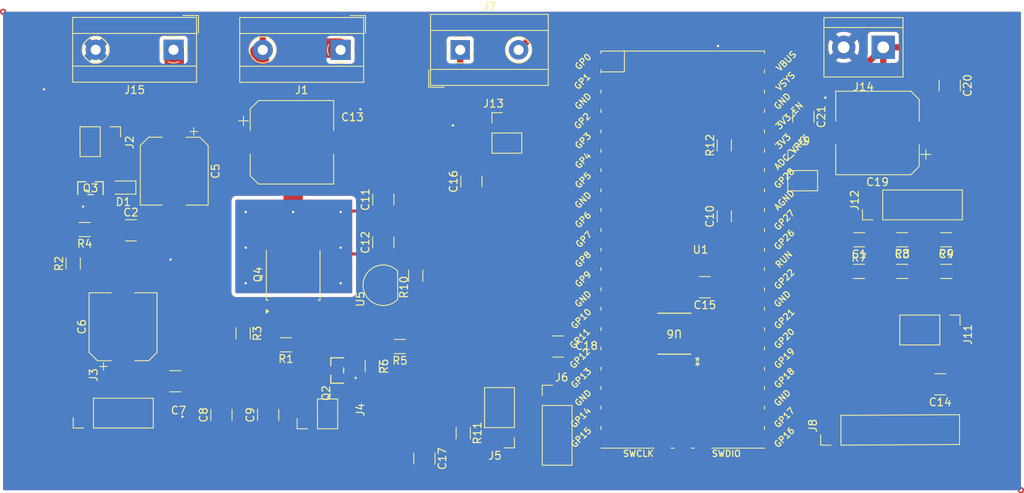
<source format=kicad_pcb>
(kicad_pcb (version 20240108) (generator "pcbnew") (generator_version "8.0")
  (layers (0 "F.Cu" signal) (31 "B.Cu" signal) (34 "B.Paste" user) (35 "F.Paste" user) (36 "B.SilkS" user "B.Silkscreen") (37 "F.SilkS" user "F.Silkscreen") (38 "B.Mask" user) (39 "F.Mask" user) (44 "Edge.Cuts" user))
  (net 0 "")
  (net 1 "+12V")
  (net 2 "Net-(D1-A)")
  (net 3 "/Chamber Fan PWM")
  (net 4 "/Chamber Fan Feedback")
  (net 5 "Net-(Q2-G)")
  (net 6 "/Heater PWM")
  (net 7 "/Electronics Fan PWM")
  (net 8 "/Lights PWM")
  (net 9 "/Ambient Sig")
  (net 10 "+3.3V")
  (net 11 "/Chmbr SDA")
  (net 12 "/Chmbr SCL")
  (net 13 "/Disp DC")
  (net 14 "/Disp SDA")
  (net 15 "/Disp CS")
  (net 16 "/Disp SCL")
  (net 17 "/Disp RES")
  (net 18 "/Heater CLK")
  (net 19 "/Heater DO")
  (net 20 "/Heater CS")
  (net 21 "/Lid Open")
  (net 22 "/Speaker Sig")
  (net 23 "Net-(Q3-G)")
  (net 24 "/Encoder CLK")
  (net 25 "/Encoder DC")
  (net 26 "/Encoder SW")
  (net 33 "Net-(J13-Pin_1)")
  (net 34 "Net-(J13-Pin_2)")
  (net 35 "Net-(J4-Pin_2)")
  (net 36 "/Mosfet Sig")
  (net 37 "Net-(J7-Pin_2)")
  (net 38 "Net-(J7-Pin_1)")
  (net 40 "Net-(J1-Pin_1)")
  (net 41 "GND")
  (net 44 "Net-(Q4-G)")
  (footprint "Capacitor_SMD:C_1210_3225Metric" (layer "F.Cu") (at 141.732 27.432 -90)
    (property "Reference" "C20")
    (property "Value" "100nf")
  )
  (footprint "Capacitor_SMD:C_1206_3216Metric" (layer "F.Cu") (at 130.097 47.244 180)
    (property "Reference" "C1")
    (property "Value" "10nf")
  )
  (footprint "Resistor_SMD:R_1206_3216Metric" (layer "F.Cu") (at 130.0845 51.308 180)
    (property "Reference" "R7")
    (property "Value" "R4K7")
  )
  (footprint "Capacitor_SMD:C_1206_3216Metric" (layer "F.Cu") (at 141.273 47.244 180)
    (property "Reference" "C4")
    (property "Value" "10nf")
  )
  (footprint "Capacitor_SMD:C_1206_3216Metric" (layer "F.Cu") (at 112.776 44.245 90)
    (property "Reference" "C10")
    (property "Value" "10nf")
  )
  (footprint "SMD-Connectors:SMD-PinHeader_1x03_P2.54mm_Vertical" (layer "F.Cu") (at 141.732 59.428 -90)
    (property "Reference" "J11")
    (property "Value" "Speaker OUT")
  )
  (footprint "Resistor_SMD:R_1206_3216Metric" (layer "F.Cu") (at 112.776 35.1135 90)
    (property "Reference" "R12")
    (property "Value" "R4K7")
  )
  (footprint "Capacitor_SMD:C_1210_3225Metric" (layer "F.Cu") (at 74.260214 75.35904 -90)
    (property "Reference" "C17")
    (property "Value" "100nf")
  )
  (footprint "Capacitor_SMD:C_1210_3225Metric" (layer "F.Cu") (at 110.285 53.34 180)
    (property "Reference" "C15")
    (property "Value" "100nf")
  )
  (footprint "Capacitor_SMD:CP_Elec_10x10.5" (layer "F.Cu") (at 57.248 34.73)
    (property "Reference" "C13")
    (property "Value" "1000uf")
  )
  (footprint "TerminalBlock:TerminalBlock_bornier-2_P5.08mm" (layer "F.Cu") (at 133.195855 22.528483 180)
    (property "Reference" "J14")
    (property "Value" "3.3V IN")
  )
  (footprint "Capacitor_SMD:C_1210_3225Metric" (layer "F.Cu") (at 42.26 65.42 180)
    (property "Reference" "C7")
    (property "Value" "100nf")
  )
  (footprint "Resistor_SMD:R_1206_3216Metric" (layer "F.Cu") (at 30.62968 45.935689 180)
    (property "Reference" "R4")
    (property "Value" "R10K")
  )
  (footprint "Resistor_SMD:R_1206_3216Metric" (layer "F.Cu") (at 141.2855 51.308 180)
    (property "Reference" "R9")
    (property "Value" "R4K7")
  )
  (footprint "Resistor_SMD:R_1206_3216Metric" (layer "F.Cu") (at 56.48 60.734 180)
    (property "Reference" "R1")
    (property "Value" "R100")
  )
  (footprint "SMD-Connectors:SMD-PinHeader_1x02_P2.54mm_Vertical" (layer "F.Cu") (at 123.436 37.084)
    (property "Reference" "J9")
    (property "Value" "Lid Open")
  )
  (footprint "SMD-Connectors:SMD-PinHeader_1x04_P2.54mm_Vertical" (layer "F.Cu") (at 91.897987 67.257987)
    (property "Reference" "J6")
    (property "Value" "Chamber SNSR")
  )
  (footprint "TerminalBlock_MetzConnect:TerminalBlock_MetzConnect_Type171_RT13702HBWC_1x02_P7.50mm_Horizontal" (layer "F.Cu") (at 78.86 22.86)
    (property "Reference" "J7")
    (property "Value" "Heater Thermocouple")
  )
  (footprint "SMD-Connectors:SMD-PinHeader_1x04_P2.54mm_Vertical" (layer "F.Cu") (at 30.483958 68.931262 90)
    (property "Reference" "J3")
    (property "Value" "Chamber Fan")
  )
  (footprint "Resistor_SMD:R_1206_3216Metric" (layer "F.Cu") (at 50.98 59.2715 -90)
    (property "Reference" "R3")
    (property "Value" "R10K")
  )
  (footprint "Resistor_SMD:R_1206_3216Metric" (layer "F.Cu") (at 73.152 51.8775 90)
    (property "Reference" "R10")
    (property "Value" "R4K7")
  )
  (footprint "SMD-Connectors:SMD-PinHeader_1x02_P2.54mm_Vertical" (layer "F.Cu") (at 85.436 32.253)
    (property "Reference" "J13")
    (property "Value" "Serial Debug")
  )
  (footprint "Resistor_SMD:R_1206_3216Metric" (layer "F.Cu") (at 67.564 63.5 -90)
    (property "Reference" "R6")
    (property "Value" "R10K")
  )
  (footprint "TerminalBlock_MetzConnect:TerminalBlock_MetzConnect_Type067_RT01902HDWC_1x02_P10.00mm_Horizontal" (layer "F.Cu") (at 42.041862 22.846517 180)
    (property "Reference" "J15")
    (property "Value" "12V IN")
  )
  (footprint "Capacitor_SMD:C_1210_3225Metric" (layer "F.Cu") (at 80.30167 39.761555 90)
    (property "Reference" "C16")
    (property "Value" "100nf")
  )
  (footprint "Capacitor_SMD:C_1210_3225Metric" (layer "F.Cu") (at 36.568203 46.039666)
    (property "Reference" "C2")
    (property "Value" "100nf" (hide yes))
  )
  (footprint "Capacitor_SMD:C_1210_3225Metric" (layer "F.Cu") (at 140.507 65.812 180)
    (property "Reference" "C14")
    (property "Value" "100nf")
  )
  (footprint "MAX6675:21-0041B_8_MXM" (layer "F.Cu") (at 106.35615 59.309 180)
    (property "Reference" "U6")
    (property "Value" "max6675isa+T")
  )
  (footprint "Resistor_SMD:R_1206_3216Metric" (layer "F.Cu") (at 71.12 60.96 180)
    (property "Reference" "R5")
    (property "Value" "R220")
  )
  (footprint "SMD-Connectors:SMD-PinHeader_1x02_P2.54mm_Vertical" (layer "F.Cu") (at 59.249 69.0255 90)
    (property "Reference" "J4")
    (property "Value" "Lights")
  )
  (footprint "Resistor_SMD:R_1206_3216Metric" (layer "F.Cu") (at 135.6235 51.308 180)
    (property "Reference" "R8")
    (property "Value" "R4K7")
  )
  (footprint "SMD-Connectors:SMD-PinHeader_1x03_P2.54mm_Vertical" (layer "F.Cu") (at 83.32 72.644 180)
    (property "Reference" "J5")
    (property "Value" "Ambient SNSR")
  )
  (footprint "Resistor_SMD:R_1206_3216Metric" (layer "F.Cu") (at 29.155949 50.305518 90)
    (property "Reference" "R2")
    (property "Value" "R220")
  )
  (footprint "TerminalBlock_MetzConnect:TerminalBlock_MetzConnect_Type067_RT01902HDWC_1x02_P10.00mm_Horizontal" (layer "F.Cu") (at 63.5 22.86 180)
    (property "Reference" "J1")
    (property "Value" "Heater")
  )
  (footprint "Package_TO_SOT_THT:TO-92_Inline" (layer "F.Cu") (at 68.98 54.356 90)
    (property "Reference" "U5")
    (property "Value" "DS18B20")
  )
  (footprint "Capacitor_SMD:C_1206_3216Metric" (layer "F.Cu") (at 135.636 47.244 180)
    (property "Reference" "C3")
    (property "Value" "10nf")
  )
  (footprint "Capacitor_SMD:C_1210_3225Metric" (layer "F.Cu") (at 91.44 60.96)
    (property "Reference" "C18")
    (property "Value" "100nf")
  )
  (footprint "ul_PMV20XNER:SOT23-TO-236AB_NEX" (layer "F.Cu") (at 63.064 64.0375 90)
    (property "Reference" "Q2")
    (property "Value" "PMV20XNER")
  )
  (footprint "SMD-Connectors:SMD-PinHeader_1x02_P2.54mm_Vertical" (layer "F.Cu") (at 33.90468 35.235689 -90)
    (property "Reference" "J2")
    (property "Value" "Electronics Fan")
  )
  (footprint "Capacitor_SMD:CP_Elec_8x10.5" (layer "F.Cu") (at 35.56 58.42 90)
    (property "Reference" "C6")
    (property "Value" "220uf")
  )
  (footprint "Diode_SMD:D_SOD-323" (layer "F.Cu") (at 35.593203 40.539666 180)
    (property "Reference" "D1")
    (property "Value" "1N5819WS")
  )
  (footprint "Resistor_SMD:R_1206_3216Metric" (layer "F.Cu") (at 79.248 72.0745 -90)
    (property "Reference" "R11")
    (property "Value" "R4K7")
  )
  (footprint "Capacitor_SMD:CP_Elec_8x10.5" (layer "F.Cu") (at 42.12968 38.435689 -90)
    (property "Reference" "C5")
    (property "Value" "220uf")
  )
  (footprint "Capacitor_SMD:C_1210_3225Metric" (layer "F.Cu") (at 122.936 31.447 -90)
    (property "Reference" "C21")
    (property "Value" "100nf")
  )
  (footprint "Capacitor_SMD:C_1210_3225Metric" (layer "F.Cu") (at 54.195 69.745 90)
    (property "Reference" "C9")
    (property "Value" "1uf")
  )
  (footprint "SMD-Connectors:SMD-PinHeader_1x05_P2.54mm_Vertical" (layer "F.Cu") (at 131.858 42.1825 90)
    (property "Reference" "J12")
    (property "Value" "Encoder IN")
  )
  (footprint "Capacitor_SMD:C_1210_3225Metric" (layer "F.Cu") (at 68.98 42.081 90)
    (property "Reference" "C11")
    (property "Value" "1uf")
  )
  (footprint "Capacitor_SMD:C_1210_3225Metric" (layer "F.Cu") (at 48.195 69.745 90)
    (property "Reference" "C8")
    (property "Value" "100nf")
  )
  (footprint "Raspberry Pi Pico:RPi_Pico_SMD_TH" (layer "F.Cu") (at 107.442 48.514)
    (property "Reference" "U1")
    (property "Value" "Pico")
  )
  (footprint "Capacitor_SMD:C_1210_3225Metric" (layer "F.Cu") (at 68.98 47.591 90)
    (property "Reference" "C12")
    (property "Value" "100nf")
  )
  (footprint "SMD-Connectors:SMD-PinHeader_1x07_P2.54mm_Vertical" (layer "F.Cu") (at 126.492 71.128 90)
    (property "Reference" "J8")
    (property "Value" "Display")
  )
  (footprint "Package_TO_SOT_SMD:TO-252-2" (layer "F.Cu") (at 57.405 51.703 90)
    (property "Reference" "Q4")
    (property "Value" "KIA50N03BD")
  )
  (footprint "ul_PMV20XNER:SOT23-TO-236AB_NEX" (layer "F.Cu") (at 31.372027 40.622692)
    (property "Reference" "Q3")
    (property "Value" "PMV20XNER")
  )
  (footprint "Capacitor_SMD:CP_Elec_10x10.5" (layer "F.Cu") (at 132.452 33.528 180)
    (property "Reference" "C19")
    (property "Value" "1000uf")
  )
  (gr_circle (center 23.876 72.136) (end 25.476 72.136) (stroke (width 0.2)) (fill none) (layer "F.Cu"))
  (gr_circle (center 20.152 17.968) (end 20.452 17.968) (stroke (width 0.2)) (fill none) (layer "F.Cu") (net 41))
  (gr_circle (center 146.812 22.352) (end 148.412 22.352) (stroke (width 0.2)) (fill none) (layer "F.Cu"))
  (gr_circle (center 23.876 22.352) (end 25.476 22.352) (stroke (width 0.2)) (fill none) (layer "F.Cu"))
  (gr_circle (center 146.812 72.136) (end 148.412 72.136) (stroke (width 0.2)) (fill none) (layer "F.Cu"))
  (gr_circle (center 150.876 79.412) (end 151.176 79.412) (stroke (width 0.2)) (fill none) (layer "F.Cu") (net 41))
  (gr_text "CHARLIEBIRD TWEET V1.0" (at 24.112791 60.96 90) (layer "F.Cu") (effects (font (size 1.5 1.5) (thickness 0.25) (bold yes)) (justify left bottom)))
  (segment (start 57.404 64.516) (end 59.249 66.361) (width 1.5) (layer "F.Cu") (net 1))
  (segment (start 53.048 23.312) (end 53.5 22.86) (width 2.5) (layer "F.Cu") (net 1))
  (segment (start 68.98 40.606) (end 70.97 40.606) (width 0.4) (layer "F.Cu") (net 1))
  (segment (start 54.236842 19.304) (end 53.5 20.040842) (width 0.8) (layer "F.Cu") (net 1))
  (segment (start 44.45 58.674) (end 47.244 61.468) (width 1.5) (layer "F.Cu") (net 1))
  (segment (start 70.97 40.606) (end 72.48 42.116) (width 0.4) (layer "F.Cu") (net 1))
  (segment (start 36.643203 41.439666) (end 38.043203 42.839666) (width 0.8) (layer "F.Cu") (net 1))
  (segment (start 59.249 66.361) (end 59.249 69.5255) (width 1.5) (layer "F.Cu") (net 1))
  (segment (start 35.56 69.427304) (end 35.563958 69.431262) (width 2) (layer "F.Cu") (net 1))
  (segment (start 48.195 68.27) (end 54.195 68.27) (width 0.4) (layer "F.Cu") (net 1))
  (segment (start 48.768 64.516) (end 57.404 64.516) (width 1.5) (layer "F.Cu") (net 1))
  (segment (start 42.12968 22.934335) (end 42.041862 22.846517) (width 2.5) (layer "F.Cu") (net 1))
  (segment (start 33.90468 36.401143) (end 33.90468 34.735689) (width 0.8) (layer "F.Cu") (net 1))
  (segment (start 53.042311 34.735689) (end 53.048 34.73) (width 2.5) (layer "F.Cu") (net 1))
  (segment (start 47.244 34.735689) (end 53.042311 34.735689) (width 2.5) (layer "F.Cu") (net 1))
  (segment (start 34.00468 34.635689) (end 33.90468 34.735689) (width 0.4) (layer "F.Cu") (net 1))
  (segment (start 40.785 65.42) (end 35.56 65.42) (width 0.8) (layer "F.Cu") (net 1))
  (segment (start 38.043203 42.839666) (end 38.043203 46.039666) (width 0.8) (layer "F.Cu") (net 1))
  (segment (start 67.832471 19.304) (end 54.236842 19.304) (width 0.8) (layer "F.Cu") (net 1))
  (segment (start 44.45 58.674) (end 47.244 55.88) (width 1.5) (layer "F.Cu") (net 1))
  (segment (start 47.244 55.88) (end 47.244 34.735689) (width 1.5) (layer "F.Cu") (net 1))
  (segment (start 35.86 61.82) (end 41.304 61.82) (width 1.5) (layer "F.Cu") (net 1))
  (segment (start 36.643203 39.139666) (end 33.90468 36.401143) (width 0.8) (layer "F.Cu") (net 1))
  (segment (start 53.5 20.040842) (end 53.5 22.86) (width 0.8) (layer "F.Cu") (net 1))
  (segment (start 53.048 34.73) (end 53.048 23.312) (width 2.5) (layer "F.Cu") (net 1))
  (segment (start 42.12968 34.735689) (end 33.90468 34.735689) (width 1) (layer "F.Cu") (net 1))
  (segment (start 71.48 46.116) (end 68.98 46.116) (width 0.4) (layer "F.Cu") (net 1))
  (segment (start 41.304 61.82) (end 44.45 58.674) (width 1.5) (layer "F.Cu") (net 1))
  (segment (start 57.9935 68.27) (end 59.249 69.5255) (width 0.4) (layer "F.Cu") (net 1))
  (segment (start 68.98 40.606) (end 69.849067 39.736933) (width 0.8) (layer "F.Cu") (net 1))
  (segment (start 35.56 62.12) (end 35.56 64.42) (width 1.5) (layer "F.Cu") (net 1))
  (segment (start 47.244 62.992) (end 48.768 64.516) (width 1.5) (layer "F.Cu") (net 1))
  (segment (start 54.195 68.27) (end 57.9935 68.27) (width 0.4) (layer "F.Cu") (net 1))
  (segment (start 35.56 65.42) (end 35.56 69.427304) (width 1.5) (layer "F.Cu") (net 1))
  (segment (start 36.643203 40.539666) (end 36.643203 41.439666) (width 0.8) (layer "F.Cu") (net 1))
  (segment (start 72.48 45.116) (end 71.48 46.116) (width 0.4) (layer "F.Cu") (net 1))
  (segment (start 36.643203 40.539666) (end 36.643203 39.139666) (width 0.8) (layer "F.Cu") (net 1))
  (segment (start 42.12968 34.735689) (end 47.244 34.735689) (width 2.5) (layer "F.Cu") (net 1))
  (segment (start 35.86 61.82) (end 35.56 62.12) (width 1.5) (layer "F.Cu") (net 1))
  (segment (start 35.56 64.42) (end 35.56 65.42) (width 1.5) (layer "F.Cu") (net 1))
  (segment (start 42.12968 34.735689) (end 42.12968 22.934335) (width 2.5) (layer "F.Cu") (net 1))
  (segment (start 47.244 61.468) (end 47.244 62.992) (width 1.5) (layer "F.Cu") (net 1))
  (segment (start 69.849067 39.736933) (end 69.849067 21.320596) (width 0.8) (layer "F.Cu") (net 1))
  (segment (start 72.48 42.116) (end 72.48 45.116) (width 0.4) (layer "F.Cu") (net 1))
  (segment (start 69.849067 21.320596) (end 67.832471 19.304) (width 0.8) (layer "F.Cu") (net 1))
  (segment (start 33.543203 39.039666) (end 31.36468 39.039666) (width 0.8) (layer "F.Cu") (net 2))
  (segment (start 34.543203 40.539666) (end 34.543203 40.039666) (width 0.8) (layer "F.Cu") (net 2))
  (segment (start 31.36468 34.735689) (end 31.36468 39.599345) (width 1) (layer "F.Cu") (net 2))
  (segment (start 34.543203 42.539666) (end 35.093203 43.089666) (width 0.8) (layer "F.Cu") (net 2))
  (segment (start 35.093203 43.089666) (end 35.093203 46.039666) (width 0.8) (layer "F.Cu") (net 2))
  (segment (start 31.36468 39.599345) (end 31.372027 39.606692) (width 0.4) (layer "F.Cu") (net 2))
  (segment (start 31.57968 34.520689) (end 31.36468 34.735689) (width 0.4) (layer "F.Cu") (net 2))
  (segment (start 34.543203 40.039666) (end 33.543203 39.039666) (width 0.8) (layer "F.Cu") (net 2))
  (segment (start 34.543203 40.539666) (end 34.543203 42.539666) (width 0.8) (layer "F.Cu") (net 2))
  (segment (start 30.483958 71.731262) (end 34.952696 76.2) (width 0.8) (layer "F.Cu") (net 3))
  (segment (start 63.5 76.2) (end 92.456 47.244) (width 0.8) (layer "F.Cu") (net 3))
  (segment (start 30.483958 69.431262) (end 30.483958 71.731262) (width 0.8) (layer "F.Cu") (net 3))
  (segment (start 92.456 47.244) (end 98.552 47.244) (width 0.8) (layer "F.Cu") (net 3))
  (segment (start 34.952696 76.2) (end 63.5 76.2) (width 0.8) (layer "F.Cu") (net 3))
  (segment (start 92.456 44.704) (end 98.552 44.704) (width 0.8) (layer "F.Cu") (net 4))
  (segment (start 33.023958 69.431262) (end 33.023958 71.731262) (width 0.8) (layer "F.Cu") (net 4))
  (segment (start 62.26 74.9) (end 92.456 44.704) (width 0.8) (layer "F.Cu") (net 4))
  (segment (start 33.023958 71.731262) (end 36.192696 74.9) (width 0.8) (layer "F.Cu") (net 4))
  (segment (start 36.192696 74.9) (end 62.26 74.9) (width 0.8) (layer "F.Cu") (net 4))
  (segment (start 69.6575 62.869) (end 69.6575 60.96) (width 0.8) (layer "F.Cu") (net 5))
  (segment (start 67.538999 64.987501) (end 67.564 64.9625) (width 0.8) (layer "F.Cu") (net 5))
  (segment (start 64.08 64.987501) (end 67.538999 64.987501) (width 0.8) (layer "F.Cu") (net 5))
  (segment (start 67.564 64.9625) (end 69.6575 62.869) (width 0.8) (layer "F.Cu") (net 5))
  (segment (start 60.83425 60.734) (end 57.9425 60.734) (width 0.8) (layer "F.Cu") (net 6))
  (segment (start 96.012 34.544) (end 72.136 58.42) (width 0.8) (layer "F.Cu") (net 6))
  (segment (start 63.14825 58.42) (end 60.83425 60.734) (width 0.8) (layer "F.Cu") (net 6))
  (segment (start 98.552 34.544) (end 96.012 34.544) (width 0.8) (layer "F.Cu") (net 6))
  (segment (start 72.136 58.42) (end 63.14825 58.42) (width 0.8) (layer "F.Cu") (net 6))
  (segment (start 27.94 52.983967) (end 27.94 71.12) (width 0.8) (layer "F.Cu") (net 7))
  (segment (start 92.456 49.784) (end 98.552 49.784) (width 0.8) (layer "F.Cu") (net 7))
  (segment (start 64.74 77.5) (end 92.456 49.784) (width 0.8) (layer "F.Cu") (net 7))
  (segment (start 27.94 71.12) (end 34.32 77.5) (width 0.8) (layer "F.Cu") (net 7))
  (segment (start 34.32 77.5) (end 64.74 77.5) (width 0.8) (layer "F.Cu") (net 7))
  (segment (start 29.155949 51.768018) (end 27.94 52.983967) (width 0.8) (layer "F.Cu") (net 7))
  (segment (start 93.9185 39.624) (end 98.552 39.624) (width 0.8) (layer "F.Cu") (net 8))
  (segment (start 72.5825 60.96) (end 93.9185 39.624) (width 0.8) (layer "F.Cu") (net 8))
  (segment (start 84.328 67.056) (end 84.328 62.992) (width 0.8) (layer "F.Cu") (net 9))
  (segment (start 82.296 67.564) (end 79.248 70.612) (width 0.8) (layer "F.Cu") (net 9))
  (segment (start 84.328 62.992) (end 94.996 52.324) (width 0.8) (layer "F.Cu") (net 9))
  (segment (start 94.996 52.324) (end 98.552 52.324) (width 0.8) (layer "F.Cu") (net 9))
  (segment (start 83.82 67.564) (end 82.296 67.564) (width 0.8) (layer "F.Cu") (net 9))
  (segment (start 83.82 67.564) (end 84.328 67.056) (width 0.8) (layer "F.Cu") (net 9))
  (segment (start 134.161 54.405) (end 134.161 51.308) (width 0.8) (layer "F.Cu") (net 10))
  (segment (start 141.982 65.812) (end 141.982 71.378) (width 0.8) (layer "F.Cu") (net 10))
  (segment (start 138.303483 22.528483) (end 141.732 25.957) (width 0.8) (layer "F.Cu") (net 10))
  (segment (start 86.36 69.596) (end 86.36 63.5) (width 0.8) (layer "F.Cu") (net 10))
  (segment (start 76.008187 47.558813) (end 73.152 50.415) (width 0.8) (layer "F.Cu") (net 10))
  (segment (start 71.751 51.816) (end 73.152 50.415) (width 0.8) (layer "F.Cu") (net 10))
  (segment (start 128.622 53.438) (end 128.622 51.308) (width 0.8) (layer "F.Cu") (net 10))
  (segment (start 106.68 76.2) (end 96.808 76.2) (width 0.8) (layer "F.Cu") (net 10))
  (segment (start 136.652 33.528) (end 136.652 35.56) (width 0.8) (layer "F.Cu") (net 10))
  (segment (start 141.732 57.912) (end 138.684 54.864) (width 0.8) (layer "F.Cu") (net 10))
  (segment (start 138.77 76.2) (end 106.68 76.2) (width 0.8) (layer "F.Cu") (net 10))
  (segment (start 112.776 26.924) (end 116.332 26.924) (width 0.8) (layer "F.Cu") (net 10))
  (segment (start 85.72596 76.83404) (end 90.222013 72.337987) (width 0.8) (layer "F.Cu") (net 10))
  (segment (start 86.36 63.5) (end 88.9 60.96) (width 0.8) (layer "F.Cu") (net 10))
  (segment (start 108.327 33.651) (end 108.204 33.528) (width 0.8) (layer "F.Cu") (net 10))
  (segment (start 79.223 73.562) (end 79.248 73.537) (width 0.8) (layer "F.Cu") (net 10))
  (segment (start 76.008187 45.72) (end 76.008187 47.558813) (width 0.8) (layer "F.Cu") (net 10))
  (segment (start 136.652 35.56) (end 142.018 40.926) (width 0.8) (layer "F.Cu") (net 10))
  (segment (start 88.9 60.96) (end 89.965 60.96) (width 0.8) (layer "F.Cu") (net 10))
  (segment (start 116.332 26.924) (end 122.936 26.924) (width 0.8) (layer "F.Cu") (net 10))
  (segment (start 142.018 40.926) (end 142.018 42.6825) (width 0.8) (layer "F.Cu") (net 10))
  (segment (start 92.945987 72.337987) (end 91.397987 72.337987) (width 0.8) (layer "F.Cu") (net 10))
  (segment (start 108.204 23.876) (end 104.14 19.812) (width 0.8) (layer "F.Cu") (net 10))
  (segment (start 112.776 33.651) (end 108.327 33.651) (width 0.8) (layer "F.Cu") (net 10))
  (segment (start 80.30167 41.236555) (end 76.008187 45.530038) (width 0.8) (layer "F.Cu") (net 10))
  (segment (start 68.98 51.816) (end 71.751 51.816) (width 0.8) (layer "F.Cu") (net 10))
  (segment (start 141.982 71.378) (end 141.732 71.628) (width 0.8) (layer "F.Cu") (net 10))
  (segment (start 130.048 54.864) (end 128.622 53.438) (width 0.8) (layer "F.Cu") (net 10))
  (segment (start 108.204 25.908) (end 108.204 23.876) (width 0.8) (layer "F.Cu") (net 10))
  (segment (start 72.073187 33.736802) (end 76.008187 37.671802) (width 0.8) (layer "F.Cu") (net 10))
  (segment (start 134.62 54.864) (end 134.161 54.405) (width 0.8) (layer "F.Cu") (net 10))
  (segment (start 122.936 29.972) (end 122.936 26.924) (width 0.8) (layer "F.Cu") (net 10))
  (segment (start 74.260214 76.83404) (end 85.72596 76.83404) (width 0.8) (layer "F.Cu") (net 10))
  (segment (start 133.195855 22.528483) (end 138.303483 22.528483) (width 0.8) (layer "F.Cu") (net 10))
  (segment (start 138.684 54.864) (end 134.62 54.864) (width 0.8) (layer "F.Cu") (net 10))
  (segment (start 141.732 71.628) (end 141.732 73.238) (width 0.8) (layer "F.Cu") (net 10))
  (segment (start 104.14 19.812) (end 73.146541 19.812) (width 0.8) (layer "F.Cu") (net 10))
  (segment (start 128.800338 26.924) (end 133.195855 22.528483) (width 0.8) (layer "F.Cu") (net 10))
  (segment (start 133.195855 22.528483) (end 133.195855 30.071855) (width 0.8) (layer "F.Cu") (net 10))
  (segment (start 141.732 58.928) (end 141.732 57.912) (width 0.8) (layer "F.Cu") (net 10))
  (segment (start 108.204 56.5277) (end 109.0803 57.404) (width 0.8) (layer "F.Cu") (net 10))
  (segment (start 139.823 53.725) (end 139.823 51.308) (width 0.8) (layer "F.Cu") (net 10))
  (segment (start 134.62 54.864) (end 130.048 54.864) (width 0.8) (layer "F.Cu") (net 10))
  (segment (start 108.204 56.5277) (end 108.204 33.528) (width 0.8) (layer "F.Cu") (net 10))
  (segment (start 138.684 54.864) (end 139.823 53.725) (width 0.8) (layer "F.Cu") (net 10))
  (segment (start 143.7745 42.6825) (end 144.78 43.688) (width 0.8) (layer "F.Cu") (net 10))
  (segment (start 144.78 43.688) (end 144.78 57.912) (width 0.8) (layer "F.Cu") (net 10))
  (segment (start 90.222013 72.337987) (end 91.397987 72.337987) (width 0.8) (layer "F.Cu") (net 10))
  (segment (start 133.195855 30.071855) (end 136.652 33.528) (width 0.8) (layer "F.Cu") (net 10))
  (segment (start 108.204 33.528) (end 108.204 25.908) (width 0.8) (layer "F.Cu") (net 10))
  (segment (start 141.732 65.562) (end 141.982 65.812) (width 0.8) (layer "F.Cu") (net 10))
  (segment (start 111.76 25.908) (end 112.776 26.924) (width 0.8) (layer "F.Cu") (net 10))
  (segment (start 144.78 57.912) (end 143.764 58.928) (width 0.8) (layer "F.Cu") (net 10))
  (segment (start 85.852 70.104) (end 86.36 69.596) (width 0.8) (layer "F.Cu") (net 10))
  (segment (start 96.808 76.2) (end 92.945987 72.337987) (width 0.8) (layer "F.Cu") (net 10))
  (segment (start 142.018 42.6825) (end 142.018 43.6775) (width 0.8) (layer "F.Cu") (net 10))
  (segment (start 142.018 42.6825) (end 143.7745 42.6825) (width 0.8) (layer "F.Cu") (net 10))
  (segment (start 73.146541 19.812) (end 72.073187 20.885354) (width 0.8) (layer "F.Cu") (net 10))
  (segment (start 76.008187 45.530038) (end 76.008187 45.72) (width 0.8) (layer "F.Cu") (net 10))
  (segment (start 143.764 58.928) (end 141.732 58.928) (width 0.8) (layer "F.Cu") (net 10))
  (segment (start 141.732 73.238) (end 138.77 76.2) (width 0.8) (layer "F.Cu") (net 10))
  (segment (start 72.073187 20.885354) (end 72.073187 33.736802) (width 0.8) (layer "F.Cu") (net 10))
  (segment (start 141.732 58.928) (end 141.732 65.562) (width 0.8) (layer "F.Cu") (net 10))
  (segment (start 122.936 26.924) (end 128.800338 26.924) (width 0.8) (layer "F.Cu") (net 10))
  (segment (start 108.204 25.908) (end 111.76 25.908) (width 0.8) (layer "F.Cu") (net 10))
  (segment (start 83.82 70.104) (end 85.852 70.104) (width 0.8) (layer "F.Cu") (net 10))
  (segment (start 76.008187 37.671802) (end 76.008187 45.72) (width 0.8) (layer "F.Cu") (net 10))
  (segment (start 98.552 70.104) (end 95.854 70.104) (width 0.8) (layer "F.Cu") (net 11))
  (segment (start 95.854 70.104) (end 93.007987 67.257987) (width 0.8) (layer "F.Cu") (net 11))
  (segment (start 93.007987 67.257987) (end 91.397987 67.257987) (width 0.8) (layer "F.Cu") (net 11))
  (segment (start 93.007987 69.797987) (end 91.397987 69.797987) (width 0.8) (layer "F.Cu") (net 12))
  (segment (start 98.552 72.644) (end 95.854 72.644) (width 0.8) (layer "F.Cu") (net 12))
  (segment (start 95.854 72.644) (end 93.007987 69.797987) (width 0.8) (layer "F.Cu") (net 12))
  (segment (start 128.524 59.944) (end 136.652 68.072) (width 0.8) (layer "F.Cu") (net 13))
  (segment (start 116.332 59.944) (end 128.524 59.944) (width 0.8) (layer "F.Cu") (net 13))
  (segment (start 136.652 68.072) (end 136.652 71.628) (width 0.8) (layer "F.Cu") (net 13))
  (segment (start 134.112 68.58) (end 134.112 71.628) (width 0.8) (layer "F.Cu") (net 14))
  (segment (start 128.016 62.484) (end 134.112 68.58) (width 0.8) (layer "F.Cu") (net 14))
  (segment (start 116.332 62.484) (end 128.016 62.484) (width 0.8) (layer "F.Cu") (net 14))
  (segment (start 122.936 68.58) (end 128.016 68.58) (width 0.8) (layer "F.Cu") (net 15))
  (segment (start 116.332 70.104) (end 121.412 70.104) (width 0.8) (layer "F.Cu") (net 15))
  (segment (start 128.016 68.58) (end 129.032 69.596) (width 0.8) (layer "F.Cu") (net 15))
  (segment (start 121.412 70.104) (end 122.936 68.58) (width 0.8) (layer "F.Cu") (net 15))
  (segment (start 129.032 69.596) (end 129.032 71.628) (width 0.8) (layer "F.Cu") (net 15))
  (segment (start 127.508 65.024) (end 131.572 69.088) (width 0.8) (layer "F.Cu") (net 16))
  (segment (start 131.572 69.088) (end 131.572 71.628) (width 0.8) (layer "F.Cu") (net 16))
  (segment (start 116.332 65.024) (end 127.508 65.024) (width 0.8) (layer "F.Cu") (net 16))
  (segment (start 116.332 72.644) (end 123.444 72.644) (width 0.8) (layer "F.Cu") (net 17))
  (segment (start 123.444 72.644) (end 124.46 71.628) (width 0.8) (layer "F.Cu") (net 17))
  (segment (start 124.46 71.628) (end 126.492 71.628) (width 0.8) (layer "F.Cu") (net 17))
  (segment (start 98.552 57.404) (end 103.632 57.404) (width 0.8) (layer "F.Cu") (net 18))
  (segment (start 98.552 62.484) (end 99.568 62.484) (width 0.8) (layer "F.Cu") (net 19))
  (segment (start 99.568 62.484) (end 102.108 59.944) (width 0.8) (layer "F.Cu") (net 19))
  (segment (start 102.108 59.944) (end 103.632 59.944) (width 0.8) (layer "F.Cu") (net 19))
  (segment (start 105.156 61.976) (end 105.156 58.928) (width 0.8) (layer "F.Cu") (net 20))
  (segment (start 102.108 65.024) (end 105.156 61.976) (width 0.8) (layer "F.Cu") (net 20))
  (segment (start 104.902 58.674) (end 103.632 58.674) (width 0.8) (layer "F.Cu") (net 20))
  (segment (start 98.552 65.024) (end 102.108 65.024) (width 0.8) (layer "F.Cu") (net 20))
  (segment (start 105.156 58.928) (end 104.902 58.674) (width 0.8) (layer "F.Cu") (net 20))
  (segment (start 112.776 39.624) (end 112.776 36.576) (width 0.8) (layer "F.Cu") (net 21))
  (segment (start 116.332 39.624) (end 122.936 39.624) (width 0.8) (layer "F.Cu") (net 21))
  (segment (start 116.332 39.624) (end 112.776 39.624) (width 0.8) (layer "F.Cu") (net 21))
  (segment (start 112.776 39.624) (end 112.776 42.77) (width 0.8) (layer "F.Cu") (net 21))
  (segment (start 129.54 57.404) (end 116.332 57.404) (width 0.8) (layer "F.Cu") (net 22))
  (segment (start 137.668 62.484) (end 134.62 62.484) (width 0.8) (layer "F.Cu") (net 22))
  (segment (start 139.192 58.928) (end 139.192 60.96) (width 0.8) (layer "F.Cu") (net 22))
  (segment (start 139.192 60.96) (end 137.668 62.484) (width 0.8) (layer "F.Cu") (net 22))
  (segment (start 134.62 62.484) (end 129.54 57.404) (width 0.8) (layer "F.Cu") (net 22))
  (segment (start 29.12968 43.935689) (end 29.16718 43.973189) (width 0.8) (layer "F.Cu") (net 23))
  (segment (start 29.16718 45.935689) (end 29.16718 48.831787) (width 0.8) (layer "F.Cu") (net 23))
  (segment (start 30.422026 41.638692) (end 30.422026 42.643343) (width 0.8) (layer "F.Cu") (net 23))
  (segment (start 29.16718 43.973189) (end 29.16718 45.935689) (width 0.8) (layer "F.Cu") (net 23))
  (segment (start 29.16718 48.831787) (end 29.155949 48.843018) (width 0.8) (layer "F.Cu") (net 23))
  (segment (start 30.422026 42.643343) (end 29.12968 43.935689) (width 0.8) (layer "F.Cu") (net 23))
  (segment (start 123.952 50.8) (end 122.428 52.324) (width 0.8) (layer "F.Cu") (net 24))
  (segment (start 131.858 42.6825) (end 128.5135 42.6825) (width 0.8) (layer "F.Cu") (net 24))
  (segment (start 123.952 47.244) (end 123.952 50.8) (width 0.8) (layer "F.Cu") (net 24))
  (segment (start 122.428 52.324) (end 116.332 52.324) (width 0.8) (layer "F.Cu") (net 24))
  (segment (start 131.858 42.6825) (end 131.858 46.958) (width 0.8) (layer "F.Cu") (net 24))
  (segment (start 131.858 46.958) (end 131.572 47.244) (width 0.8) (layer "F.Cu") (net 24))
  (segment (start 131.547 47.269) (end 131.547 51.308) (width 0.8) (layer "F.Cu") (net 24))
  (segment (start 128.5135 42.6825) (end 123.952 47.244) (width 0.8) (layer "F.Cu") (net 24))
  (segment (start 131.572 47.244) (end 131.547 47.269) (width 0.8) (layer "F.Cu") (net 24))
  (segment (start 134.398 42.6825) (end 134.24975 42.53425) (width 0.8) (layer "F.Cu") (net 25))
  (segment (start 129.54 39.624) (end 121.92 47.244) (width 0.8) (layer "F.Cu") (net 25))
  (segment (start 134.24975 40.77775) (end 133.096 39.624) (width 0.8) (layer "F.Cu") (net 25))
  (segment (start 134.398 42.6825) (end 134.398 43.466) (width 0.8) (layer "F.Cu") (net 25))
  (segment (start 133.096 39.624) (end 129.54 39.624) (width 0.8) (layer "F.Cu") (net 25))
  (segment (start 134.398 43.466) (end 137.111 46.179) (width 0.8) (layer "F.Cu") (net 25))
  (segment (start 137.111 46.179) (end 137.111 47.244) (width 0.8) (layer "F.Cu") (net 25))
  (segment (start 121.92 47.244) (end 116.332 47.244) (width 0.8) (layer "F.Cu") (net 25))
  (segment (start 134.127 42.4115) (end 134.398 42.6825) (width 0.8) (layer "F.Cu") (net 25))
  (segment (start 137.086 51.308) (end 137.086 47.269) (width 0.8) (layer "F.Cu") (net 25))
  (segment (start 137.086 47.269) (end 137.111 47.244) (width 0.8) (layer "F.Cu") (net 25))
  (segment (start 134.24975 42.53425) (end 134.24975 40.77775) (width 0.8) (layer "F.Cu") (net 25))
  (segment (start 136.938 41.434) (end 133.604 38.1) (width 0.8) (layer "F.Cu") (net 26))
  (segment (start 141.732 45.212) (end 142.748 46.228) (width 0.8) (layer "F.Cu") (net 26))
  (segment (start 138.8175 45.212) (end 141.732 45.212) (width 0.8) (layer "F.Cu") (net 26))
  (segment (start 121.92 44.704) (end 116.332 44.704) (width 0.8) (layer "F.Cu") (net 26))
  (segment (start 142.748 46.228) (end 142.748 47.244) (width 0.8) (layer "F.Cu") (net 26))
  (segment (start 133.604 38.1) (end 128.524 38.1) (width 0.8) (layer "F.Cu") (net 26))
  (segment (start 136.938 43.3325) (end 138.8175 45.212) (width 0.8) (layer "F.Cu") (net 26))
  (segment (start 136.938 42.6825) (end 136.938 41.434) (width 0.8) (layer "F.Cu") (net 26))
  (segment (start 136.938 42.6825) (end 136.938 43.3325) (width 0.8) (layer "F.Cu") (net 26))
  (segment (start 128.524 38.1) (end 121.92 44.704) (width 0.8) (layer "F.Cu") (net 26))
  (segment (start 142.748 47.244) (end 142.748 51.308) (width 0.8) (layer "F.Cu") (net 26))
  (segment (start 92.805 24.384) (end 98.552 24.384) (width 0.8) (layer "F.Cu") (net 33))
  (segment (start 84.936 32.253) (end 92.805 24.384) (width 0.8) (layer "F.Cu") (net 33))
  (segment (start 84.936 34.793) (end 85.586 34.793) (width 0.8) (layer "F.Cu") (net 34))
  (segment (start 93.455 26.924) (end 98.552 26.924) (width 0.8) (layer "F.Cu") (net 34))
  (segment (start 85.586 34.793) (end 93.455 26.924) (width 0.8) (layer "F.Cu") (net 34))
  (segment (start 54.195 71.22) (end 56.575 73.6) (width 0.8) (layer "F.Cu") (net 35))
  (segment (start 56.575 73.6) (end 60.0145 73.6) (width 0.8) (layer "F.Cu") (net 35))
  (segment (start 61.789 71.8255) (end 61.789 69.5255) (width 0.8) (layer "F.Cu") (net 35))
  (segment (start 62.048 64.0375) (end 62.048 69.2665) (width 1.5) (layer "F.Cu") (net 35))
  (segment (start 48.195 71.22) (end 54.195 71.22) (width 0.8) (layer "F.Cu") (net 35))
  (segment (start 62.048 69.2665) (end 61.789 69.5255) (width 1.5) (layer "F.Cu") (net 35))
  (segment (start 60.0145 73.6) (end 61.789 71.8255) (width 0.8) (layer "F.Cu") (net 35))
  (segment (start 73.152 53.34) (end 74.168 53.34) (width 0.8) (layer "F.Cu") (net 36))
  (segment (start 72.898 53.086) (end 73.152 53.34) (width 0.8) (layer "F.Cu") (net 36))
  (segment (start 74.168 53.34) (end 95.504 32.004) (width 0.8) (layer "F.Cu") (net 36))
  (segment (start 73.064084 53.086) (end 73.083187 53.105103) (width 0.4) (layer "F.Cu") (net 36))
  (segment (start 68.98 53.086) (end 72.898 53.086) (width 0.8) (layer "F.Cu") (net 36))
  (segment (start 95.504 32.004) (end 98.552 32.004) (width 0.8) (layer "F.Cu") (net 36))
  (segment (start 88.102765 21.117235) (end 86.36 22.86) (width 0.8) (layer "F.Cu") (net 37))
  (segment (start 108.61675 58.674) (end 106.68 56.73725) (width 0.8) (layer "F.Cu") (net 37))
  (segment (start 106.68 56.73725) (end 106.68 25.062313) (width 0.8) (layer "F.Cu") (net 37))
  (segment (start 106.68 25.062313) (end 102.734922 21.117235) (width 0.8) (layer "F.Cu") (net 37))
  (segment (start 102.734922 21.117235) (end 88.102765 21.117235) (width 0.8) (layer "F.Cu") (net 37))
  (segment (start 109.0803 58.674) (end 108.61675 58.674) (width 0.8) (layer "F.Cu") (net 37))
  (segment (start 109.0803 59.944) (end 107.996993 59.944) (width 0.8) (layer "F.Cu") (net 38))
  (segment (start 105.291059 57.238066) (end 105.291059 26.221763) (width 0.8) (layer "F.Cu") (net 38))
  (segment (start 81.28 27.94) (end 78.86 25.52) (width 0.8) (layer "F.Cu") (net 38))
  (segment (start 86.36 27.94) (end 81.28 27.94) (width 0.8) (layer "F.Cu") (net 38))
  (segment (start 107.996993 59.944) (end 105.291059 57.238066) (width 0.8) (layer "F.Cu") (net 38))
  (segment (start 105.291059 26.221763) (end 101.525599 22.456303) (width 0.8) (layer "F.Cu") (net 38))
  (segment (start 78.86 25.52) (end 78.86 22.86) (width 0.8) (layer "F.Cu") (net 38))
  (segment (start 101.525599 22.456303) (end 91.843697 22.456303) (width 0.8) (layer "F.Cu") (net 38))
  (segment (start 91.843697 22.456303) (end 86.36 27.94) (width 0.8) (layer "F.Cu") (net 38))
  (segment (start 57.404 50.03) (end 57.48 50.106) (width 2.5) (layer "F.Cu") (net 40))
  (segment (start 63.274 22.634) (end 63.5 22.86) (width 2.5) (layer "F.Cu") (net 40))
  (segment (start 68.98 43.556) (end 63.53 43.556) (width 0.4) (layer "F.Cu") (net 40))
  (segment (start 63.53 43.556) (end 63.48 43.606) (width 0.4) (layer "F.Cu") (net 40))
  (segment (start 59.924 22.634) (end 57.404 25.154) (width 2.5) (layer "F.Cu") (net 40))
  (segment (start 59.924 22.634) (end 63.274 22.634) (width 2.5) (layer "F.Cu") (net 40))
  (segment (start 68.98 49.066) (end 64.02 49.066) (width 0.4) (layer "F.Cu") (net 40))
  (segment (start 57.404 25.154) (end 57.404 50.03) (width 2.5) (layer "F.Cu") (net 40))
  (segment (start 64.02 49.066) (end 63.48 49.606) (width 0.4) (layer "F.Cu") (net 40))
  (via (at 51.308 48.26) (size 1.2) (drill 0.3) (layers "F.Cu" "B.Cu") (net 40))
  (via (at 63.5 43.688) (size 1.2) (drill 0.3) (layers "F.Cu" "B.Cu") (net 40))
  (via (at 57.404 43.688) (size 1.2) (drill 0.3) (layers "F.Cu" "B.Cu") (net 40))
  (via (at 51.308 52.832) (size 1.2) (drill 0.3) (layers "F.Cu" "B.Cu") (net 40))
  (via (at 63.5 48.26) (size 1.2) (drill 0.3) (layers "F.Cu" "B.Cu") (net 40))
  (via (at 51.308 43.688) (size 1.2) (drill 0.3) (layers "F.Cu" "B.Cu") (net 40))
  (via (at 63.5 52.832) (size 1.2) (drill 0.3) (layers "F.Cu" "B.Cu") (net 40))
  (via (at 77.920562 32.557504) (size 1.2) (drill 0.3) (layers "F.Cu" "B.Cu") (net 41))
  (via (at 125.750189 28.994157) (size 1.2) (drill 0.3) (layers "F.Cu" "B.Cu") (net 41))
  (via (at 43.183764 69.973557) (size 1.2) (drill 0.3) (layers "F.Cu" "B.Cu") (net 41))
  (via (at 41.656 49.784) (size 1.2) (drill 0.3) (layers "F.Cu" "B.Cu") (net 41))
  (via (at 111.979091 22.347874) (size 1.2) (drill 0.3) (layers "F.Cu" "B.Cu") (net 41))
  (via (at 66.04 30.48) (size 1.2) (drill 0.3) (layers "F.Cu" "B.Cu") (net 41))
  (via (at 25.4 27.94) (size 1.2) (drill 0.3) (layers "F.Cu" "B.Cu") (net 41))
  (segment (start 55.1686 56.3038) (end 55.1686 60.5829) (width 0.8) (layer "F.Cu") (net 44))
  (segment (start 55.1686 60.5829) (end 55.0175 60.734) (width 0.8) (layer "F.Cu") (net 44))
  (segment (start 50.98 60.734) (end 55.0175 60.734) (width 0.8) (layer "F.Cu") (net 44))
  (zone (net 40) (net_name "Net-(J1-Pin_1)") (layer "F.Cu") (priority 6) (connect_pads yes (clearance 0.5)) (min_thickness 0.25) (fill yes (thermal_gap 0.5) (thermal_bridge_width 0.5))
    (polygon (pts (xy 54.864 48.26) (xy 54.864 51.816) (xy 59.944 51.816) (xy 59.944 48.26)))
  )
  (zone (net 40) (net_name "Net-(J1-Pin_1)") (layer "F.Cu") (priority 2) (connect_pads yes (clearance 0.5)) (min_thickness 0.25) (fill yes (thermal_gap 0.5) (thermal_bridge_width 0.5))
    (polygon (pts (xy 49.98 42.106) (xy 49.98 54.106) (xy 64.98 54.106) (xy 64.98 42.106)))
  )
  (zone (net 41) (net_name "GND") (layer "F.Cu") (connect_pads (clearance 0.5)) (min_thickness 0.25) (fill yes (thermal_gap 0.5) (thermal_bridge_width 1))
    (polygon (pts (xy 20.152 17.968) (xy 150.876 17.968) (xy 150.876 79.412) (xy 20.152 79.412)))
  )
  (zone (net 41) (net_name "GND") (layer "B.Cu") (priority 1) (connect_pads (clearance 0.5)) (min_thickness 0.25) (fill yes (thermal_gap 0.5) (thermal_bridge_width 1))
    (polygon (pts (xy 20.152 17.968) (xy 150.876 17.968) (xy 150.876 79.412) (xy 20.152 79.412)))
  )
  (zone (net 40) (net_name "Net-(J1-Pin_1)") (layer "B.Cu") (priority 2) (connect_pads (clearance 0.5)) (min_thickness 0.25) (fill yes (thermal_gap 0.5) (thermal_bridge_width 0.5))
    (polygon (pts (xy 49.98 42.106) (xy 49.98 54.106) (xy 64.98 54.106) (xy 64.98 42.106)))
  )
)
</source>
